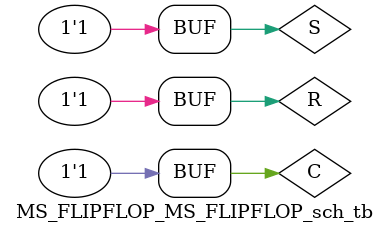
<source format=v>

`timescale 1ns / 1ps

module MS_FLIPFLOP_MS_FLIPFLOP_sch_tb();

// Inputs
   reg S;
   reg R;
   reg C;

// Output
   wire Y;
   wire Q;
   wire Qbar;

// Bidirs

// Instantiate the UUT
   MS_FLIPFLOP UUT (
		.S(S), 
		.R(R), 
		.C(C), 
		.Y(Y), 
		.Q(Q), 
		.Qbar(Qbar)
   );
// Initialize Inputs
 //  `ifdef auto_init
   initial begin
	R=1;S=1; #50;
	R=1;S=0; #50;
	R=1;S=1; #50;
	R=0;S=1; #50;
	R=1;S=1; #50;
	R=0;S=0; #50;
	R=1;S=1; #50;	 
end
always begin
	C=0;#20;
	C=1;#20;
end


 //  `endif
endmodule

</source>
